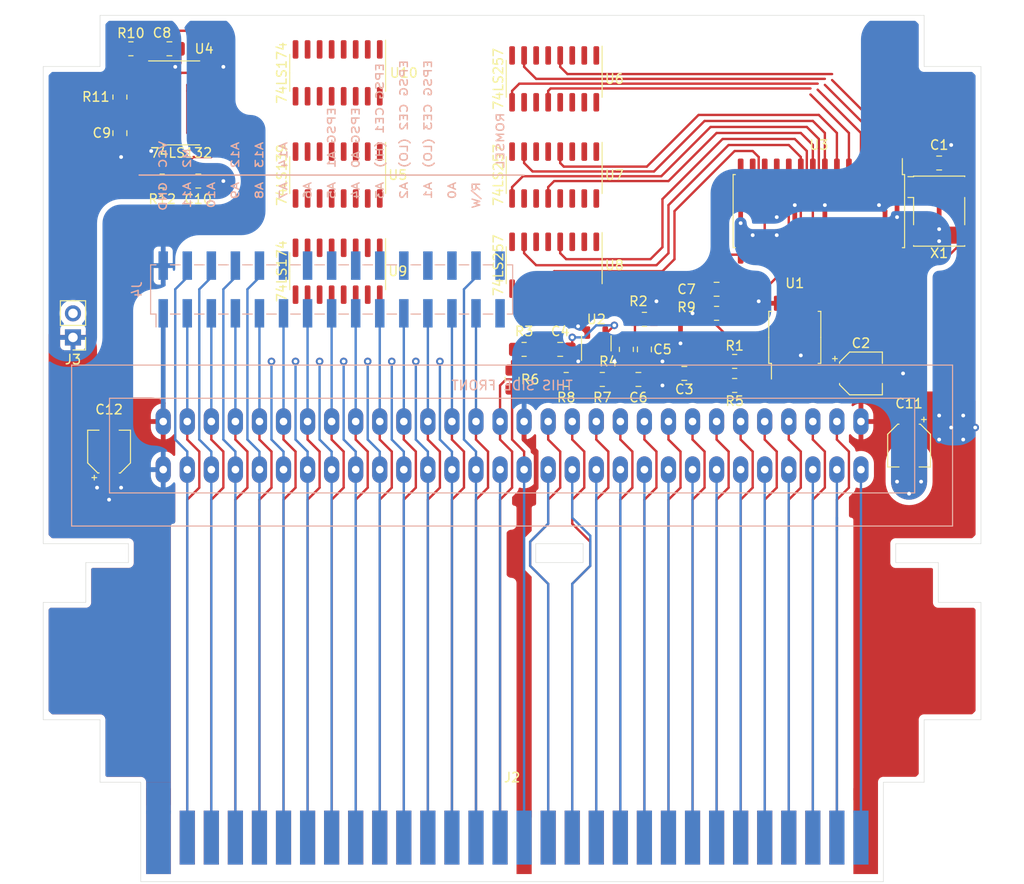
<source format=kicad_pcb>
(kicad_pcb (version 20211014) (generator pcbnew)
  (title_block (title "EPSM Expansion Audio FC") (date "2022-05-06") (rev "A.1") (company "Perkka; Persune"))
  (layers (0 "F.Cu" mixed) (31 "B.Cu" mixed) (34 "B.Paste" user) (35 "F.Paste" user) (36 "B.SilkS" user "B.Silkscreen") (37 "F.SilkS" user "F.Silkscreen") (38 "B.Mask" user) (39 "F.Mask" user) (44 "Edge.Cuts" user))
  (net 0 "")
  (net 1 "/GND")
  (net 2 "/CPU_A11")
  (net 3 "/CPU_A10")
  (net 4 "/CPU_A9")
  (net 5 "/CPU_A8")
  (net 6 "/CPU_A7")
  (net 7 "/CPU_A6")
  (net 8 "/CPU_A5")
  (net 9 "/CPU_A4")
  (net 10 "/CPU_A3")
  (net 11 "/CPU_A2")
  (net 12 "/CPU_A1")
  (net 13 "/CPU_A0")
  (net 14 "/CPU_R~{W}")
  (net 15 "/~{IRQ}")
  (net 16 "/PPU_~{RD}")
  (net 17 "/CIRAM_A10")
  (net 18 "/PPU_A6")
  (net 19 "/PPU_A5")
  (net 20 "/PPU_A4")
  (net 21 "/PPU_A3")
  (net 22 "/PPU_A2")
  (net 23 "/PPU_A1")
  (net 24 "/PPU_A0")
  (net 25 "/PPU_D0")
  (net 26 "/PPU_D1")
  (net 27 "/PPU_D2")
  (net 28 "/PPU_D3")
  (net 29 "/VCC")
  (net 30 "/M2")
  (net 31 "/CPU_A12")
  (net 32 "/CPU_A13")
  (net 33 "/CPU_A14")
  (net 34 "/CPU_D7")
  (net 35 "/CPU_D6")
  (net 36 "/CPU_D5")
  (net 37 "/CPU_D4")
  (net 38 "/CPU_D3")
  (net 39 "/CPU_D2")
  (net 40 "/CPU_D1")
  (net 41 "/CPU_D0")
  (net 42 "/~{ROMSEL}")
  (net 43 "/AUD_2A03")
  (net 44 "/AUD_RF")
  (net 45 "/PPU_~{WR}")
  (net 46 "/CIRAM_~{CE}")
  (net 47 "/PPU_~{A13}")
  (net 48 "/PPU_A7")
  (net 49 "/PPU_A8")
  (net 50 "/PPU_A9")
  (net 51 "/PPU_A10")
  (net 52 "/PPU_A11")
  (net 53 "/PPU_A12")
  (net 54 "/PPU_A13")
  (net 55 "/PPU_D7")
  (net 56 "/PPU_D6")
  (net 57 "/PPU_D5")
  (net 58 "/PPU_D4")
  (net 59 "Net-(C3-Pad2)")
  (net 60 "Net-(C2-Pad1)")
  (net 61 "Net-(C3-Pad1)")
  (net 62 "Net-(C4-Pad1)")
  (net 63 "Net-(C4-Pad2)")
  (net 64 "Net-(C7-Pad2)")
  (net 65 "Net-(C6-Pad1)")
  (net 66 "Net-(C9-Pad1)")
  (net 67 "Net-(C10-Pad1)")
  (net 68 "Net-(C8-Pad1)")
  (net 69 "Net-(R1-Pad2)")
  (net 70 "/AUD_EPSM")
  (net 71 "/OUT_1")
  (net 73 "/EPSM_A1_A1")
  (net 74 "/EPSM_A0_A13")
  (net 75 "/EPSM_CE1_A14")
  (net 76 "/EPSM_CE2_~{ROMSEL}")
  (net 77 "/EPSM_CE3_CPU_R~{W}")
  (net 82 "/$4016_EN")
  (net 83 "Net-(R5-Pad1)")
  (net 84 "Net-(R7-Pad2)")
  (net 85 "Net-(R12-Pad1)")
  (net 86 "Net-(U1-Pad5)")
  (net 87 "/BUF_CS")
  (net 88 "Net-(U1-Pad6)")
  (net 89 "/FF_RESET")
  (net 90 "Net-(U1-Pad7)")
  (net 93 "/YM_D0")
  (net 94 "/YM_D1")
  (net 95 "/YM_D2")
  (net 96 "/YM_D3")
  (net 97 "/YM_D4")
  (net 98 "/YM_D5")
  (net 99 "/YM_D6")
  (net 100 "/YM_D7")
  (net 101 "/YM_CS")
  (net 103 "Net-(U3-Pad28)")
  (net 104 "Net-(U4-Pad12)")
  (net 108 "/~{OUT_1}")
  (net 111 "/~{CS}")
  (net 113 "/BUF_D0")
  (net 114 "/BUF_D1")
  (net 115 "/BUF_D3")
  (net 116 "/BUF_D2")
  (net 117 "/BUF_D4")
  (net 118 "/BUF_D5")
  (net 119 "/BUF_D7")
  (net 120 "/BUF_D6")
  (net 121 "/BUF_A1")
  (net 122 "/YM_A0")
  (net 123 "/BUF_A0")
  (net 124 "/YM_A1")
  (footprint "Resistor_SMD:R_0805_2012Metric_Pad1.20x1.40mm_HandSolder" (layer "F.Cu") (at 90.0618 63.5)
    (fp_text reference "R12")
    (fp_text value "1K")
  )
  (footprint "Resistor_SMD:R_0805_2012Metric_Pad1.20x1.40mm_HandSolder" (layer "F.Cu") (at 148.59 77.47)
    (fp_text reference "R9")
    (fp_text value "1K")
  )
  (footprint "Capacitor_SMD:C_0805_2012Metric_Pad1.18x1.45mm_HandSolder" (layer "F.Cu") (at 90.8238 49.53)
    (fp_text reference "C8")
    (fp_text value "68pF")
  )
  (footprint "Resistor_SMD:R_0805_2012Metric_Pad1.20x1.40mm_HandSolder" (layer "F.Cu") (at 132.715 84.455 180)
    (fp_text reference "R8")
    (fp_text value "47K")
  )
  (footprint "Package_SO:SOIC-16_3.9x9.9mm_P1.27mm" (layer "F.Cu") (at 108.585 52.07 -90)
    (fp_text reference "U10")
    (fp_text value "74LS174")
  )
  (footprint "Resistor_SMD:R_0805_2012Metric_Pad1.20x1.40mm_HandSolder" (layer "F.Cu") (at 150.495 85.09 180)
    (fp_text reference "R5")
    (fp_text value "1K")
  )
  (footprint "Oscillator:Oscillator_SMD_SeikoEpson_SG8002CA-4Pin_7.0x5.0mm" (layer "F.Cu") (at 172.085 66.675 -90)
    (fp_text reference "X1")
    (fp_text value "SG-8002CA")
  )
  (footprint "Package_SO:SOIC-16_3.9x9.9mm_P1.27mm" (layer "F.Cu") (at 131.445 62.865 -90)
    (fp_text reference "U7")
    (fp_text value "74LS257")
  )
  (footprint "Capacitor_SMD:CP_Elec_4x5.3" (layer "F.Cu") (at 168.91 91.44 -90)
    (fp_text reference "C11")
    (fp_text value "10uF")
  )
  (footprint "Package_SO:SOIC-16_3.9x9.9mm_P1.27mm" (layer "F.Cu") (at 131.445 72.39 -90)
    (fp_text reference "U8")
    (fp_text value "74LS257")
  )
  (footprint "Capacitor_SMD:C_0805_2012Metric_Pad1.18x1.45mm_HandSolder" (layer "F.Cu") (at 140.335 84.455)
    (fp_text reference "C6")
    (fp_text value "10uF")
  )
  (footprint "Resistor_SMD:R_0805_2012Metric_Pad1.20x1.40mm_HandSolder" (layer "F.Cu") (at 128.27 81.28 180)
    (fp_text reference "R3")
    (fp_text value "1K")
  )
  (footprint "Package_SO:SOIC-16_3.9x9.9mm_P1.27mm" (layer "F.Cu") (at 108.585 73.025 -90)
    (fp_text reference "U9")
    (fp_text value "74LS174")
  )
  (footprint "EPSM-Famicom:HVC-ETROM-01" (layer "F.Cu") (at 127 127)
    (fp_text reference "J2")
    (fp_text value "CONSOLE_M")
  )
  (footprint "Package_SO:SOIC-16_3.9x9.9mm_P1.27mm" (layer "F.Cu") (at 131.445 52.705 -90)
    (fp_text reference "U6")
    (fp_text value "74LS257")
  )
  (footprint "Resistor_SMD:R_0805_2012Metric_Pad1.20x1.40mm_HandSolder" (layer "F.Cu") (at 127 84.455 -90)
    (fp_text reference "R6")
    (fp_text value "3K")
  )
  (footprint "Capacitor_SMD:C_0805_2012Metric_Pad1.18x1.45mm_HandSolder" (layer "F.Cu") (at 132.08 81.28 180)
    (fp_text reference "C4")
    (fp_text value "10uF")
  )
  (footprint "Resistor_SMD:R_0805_2012Metric_Pad1.20x1.40mm_HandSolder" (layer "F.Cu") (at 86.7598 49.53)
    (fp_text reference "R10")
    (fp_text value "1K")
  )
  (footprint "Capacitor_SMD:C_0805_2012Metric_Pad1.18x1.45mm_HandSolder" (layer "F.Cu") (at 140.97 81.28 -90)
    (fp_text reference "C5")
    (fp_text value "68pF")
  )
  (footprint "Resistor_SMD:R_0805_2012Metric_Pad1.20x1.40mm_HandSolder" (layer "F.Cu") (at 140.97 78.105 180)
    (fp_text reference "R2")
    (fp_text value "47K")
  )
  (footprint "Capacitor_SMD:CP_Elec_4x5.3" (layer "F.Cu") (at 84.455 92.075 90)
    (fp_text reference "C12")
    (fp_text value "10uF")
  )
  (footprint "Capacitor_SMD:CP_Elec_4x5.3" (layer "F.Cu") (at 163.83 83.82)
    (fp_text reference "C2")
    (fp_text value "10uF")
  )
  (footprint "Package_SO:SOIC-14_3.9x8.7mm_P1.27mm" (layer "F.Cu") (at 92.075 55.245)
    (fp_text reference "U4")
    (fp_text value "74LS132")
  )
  (footprint "Capacitor_SMD:C_0805_2012Metric_Pad1.18x1.45mm_HandSolder" (layer "F.Cu") (at 93.8718 63.5)
    (fp_text reference "C10")
    (fp_text value "68pF")
  )
  (footprint "Package_TO_SOT_SMD:SOT-23-5" (layer "F.Cu") (at 135.89 80.645 90)
    (fp_text reference "U2")
    (fp_text value "LM321")
  )
  (footprint "Resistor_SMD:R_0805_2012Metric_Pad1.20x1.40mm_HandSolder" (layer "F.Cu") (at 150.495 82.55)
    (fp_text reference "R1")
    (fp_text value "1K")
  )
  (footprint "Resistor_SMD:R_0805_2012Metric_Pad1.20x1.40mm_HandSolder" (layer "F.Cu") (at 139.065 81.28 -90)
    (fp_text reference "R4")
    (fp_text value "47K")
  )
  (footprint "Capacitor_SMD:C_0805_2012Metric_Pad1.18x1.45mm_HandSolder" (layer "F.Cu") (at 172.085 61.595 180)
    (fp_text reference "C1")
    (fp_text value "68pF")
  )
  (footprint "Resistor_SMD:R_0805_2012Metric_Pad1.20x1.40mm_HandSolder" (layer "F.Cu") (at 85.598 54.6288 -90)
    (fp_text reference "R11")
    (fp_text value "3K")
  )
  (footprint "Capacitor_SMD:C_0805_2012Metric_Pad1.18x1.45mm_HandSolder" (layer "F.Cu") (at 145.1825 83.82 180)
    (fp_text reference "C3")
    (fp_text value "10uF")
  )
  (footprint "Package_SO:SOIC-16_3.9x9.9mm_P1.27mm" (layer "F.Cu") (at 108.585 62.865 -90)
    (fp_text reference "U5")
    (fp_text value "74LS139")
  )
  (footprint "Resistor_SMD:R_0805_2012Metric_Pad1.20x1.40mm_HandSolder" (layer "F.Cu") (at 136.525 84.455 180)
    (fp_text reference "R7")
    (fp_text value "4.7K")
  )
  (footprint "Package_SO:SOIC-8_5.275x5.275mm_P1.27mm" (layer "F.Cu") (at 156.845 80.01 90)
    (fp_text reference "U1")
    (fp_text value "BU9480F")
  )
  (footprint "Connector_PinHeader_2.54mm:PinHeader_1x02_P2.54mm_Vertical" (layer "F.Cu") (at 80.645 80.015 180)
    (fp_text reference "J3")
    (fp_text value "OUT_1")
  )
  (footprint "EPSM-Famicom:SOP-28_7.5x12.8mm_P1.27mm" (layer "F.Cu") (at 159.385 66.675 -90)
    (fp_text reference "U3")
    (fp_text value "YMF288")
  )
  (footprint "Capacitor_SMD:C_0805_2012Metric_Pad1.18x1.45mm_HandSolder" (layer "F.Cu") (at 85.598 58.4388 -90)
    (fp_text reference "C9")
    (fp_text value "68pF")
  )
  (footprint "Capacitor_SMD:C_0805_2012Metric_Pad1.18x1.45mm_HandSolder" (layer "F.Cu") (at 148.59 74.93)
    (fp_text reference "C7")
    (fp_text value "10uF")
  )
  (footprint "Connector_PinSocket_2.54mm:PinSocket_2x15_P2.54mm_Vertical_SMD" (layer "B.Cu") (at 107.95 74.95 -90)
    (fp_text reference "J4")
    (fp_text value "EPSM_ADDRESSING")
  )
  (footprint "EPSM-Famicom:FC_CONN_F" (layer "B.Cu") (at 127 91.44)
    (fp_text reference "J1")
    (fp_text value "CARTRIDGE_F")
  )
  (gr_line (start 128.27 62.865) (end 87.63 62.865) (layer "B.SilkS") (width 0.15))
  (gr_line (start 82 108) (end 82 103.8) (layer "Edge.Cuts") (width 0.05))
  (gr_line (start 129.5 103.8) (end 129.5 101.8) (layer "Edge.Cuts") (width 0.05))
  (gr_line (start 83.5 120.4) (end 77.5 120.4) (layer "Edge.Cuts") (width 0.05))
  (gr_line (start 170.5 127) (end 166.2 127) (layer "Edge.Cuts") (width 0.05))
  (gr_line (start 134.5 101.8) (end 134.5 103.8) (layer "Edge.Cuts") (width 0.05))
  (gr_line (start 77.5 101.8) (end 77.5 51.4) (layer "Edge.Cuts") (width 0.05))
  (gr_line (start 176.5 108) (end 176.5 120.4) (layer "Edge.Cuts") (width 0.05))
  (gr_line (start 87.8 137.5) (end 87.8 127) (layer "Edge.Cuts") (width 0.05))
  (gr_line (start 176.5 120.4) (end 170.5 120.4) (layer "Edge.Cuts") (width 0.05))
  (gr_line (start 170.5 120.4) (end 170.5 127) (layer "Edge.Cuts") (width 0.05))
  (gr_line (start 172 108) (end 176.5 108) (layer "Edge.Cuts") (width 0.05))
  (gr_line (start 83.5 51.4) (end 83.5 46) (layer "Edge.Cuts") (width 0.05))
  (gr_line (start 167.5 103.8) (end 172 103.8) (layer "Edge.Cuts") (width 0.05))
  (gr_line (start 176.5 101.8) (end 167.5 101.8) (layer "Edge.Cuts") (width 0.05))
  (gr_line (start 83.5 127) (end 83.5 120.4) (layer "Edge.Cuts") (width 0.05))
  (gr_line (start 166.2 127) (end 166.2 137.5) (layer "Edge.Cuts") (width 0.05))
  (gr_line (start 77.5 108) (end 82 108) (layer "Edge.Cuts") (width 0.05))
  (gr_line (start 170.5 46) (end 170.5 51.4) (layer "Edge.Cuts") (width 0.05))
  (gr_line (start 87.8 127) (end 83.5 127) (layer "Edge.Cuts") (width 0.05))
  (gr_line (start 82 103.8) (end 86.5 103.8) (layer "Edge.Cuts") (width 0.05))
  (gr_line (start 172 103.8) (end 172 108) (layer "Edge.Cuts") (width 0.05))
  (gr_line (start 86.5 103.8) (end 86.5 101.8) (layer "Edge.Cuts") (width 0.05))
  (gr_line (start 166.2 137.5) (end 87.8 137.5) (layer "Edge.Cuts") (width 0.05))
  (gr_line (start 129.5 101.8) (end 134.5 101.8) (layer "Edge.Cuts") (width 0.05))
  (gr_line (start 176.5 51.4) (end 176.5 101.8) (layer "Edge.Cuts") (width 0.05))
  (gr_line (start 77.5 120.4) (end 77.5 108) (layer "Edge.Cuts") (width 0.05))
  (gr_line (start 134.5 103.8) (end 129.5 103.8) (layer "Edge.Cuts") (width 0.05))
  (gr_line (start 86.5 101.8) (end 77.5 101.8) (layer "Edge.Cuts") (width 0.05))
  (gr_line (start 170.5 51.4) (end 176.5 51.4) (layer "Edge.Cuts") (width 0.05))
  (gr_line (start 167.5 101.8) (end 167.5 103.8) (layer "Edge.Cuts") (width 0.05))
  (gr_line (start 77.5 51.4) (end 83.5 51.4) (layer "Edge.Cuts") (width 0.05))
  (gr_line (start 83.5 46) (end 170.5 46) (layer "Edge.Cuts") (width 0.05))
  (gr_text "VCC\n\nM2\n\n\n\nA12\n\nA13\n\nA14\n\n\n\nEPSG A1\n\nEPSG A0\n\nEPSG CE1 (HI)\n\nEPSG CE2 (LO)\n\nEPSG CE3 (LO)\n\n\n\n\n\nROMSEL" (at 107.95 62.23 90) (layer "B.SilkS") (effects (font (size 0.79 1)) (justify right mirror)))
  (gr_text "GND\n\nA11\n\nA10\n\nA9\n\nA8\n\nA7\n\nA6\n\nA5\n\nA4\n\nA3\n\nA2\n\nA1\n\nA0\n\nR\\W\n\n " (at 107.95 63.5 90) (layer "B.SilkS") (effects (font (size 0.79 1)) (justify left mirror)))
  (segment (start 171.048 61.7112) (end 171.048 61.595) (width 0.5) (layer "F.Cu") (net 1))
  (segment (start 146.05 74.93) (end 147.552 74.93) (width 0.5) (layer "F.Cu") (net 1))
  (segment (start 151.13 62.075) (end 151.13 67.945) (width 0.5) (layer "F.Cu") (net 1))
  (segment (start 91.8613 51.0137) (end 91.44 51.435) (width 0.5) (layer "F.Cu") (net 1))
  (segment (start 91.8613 49.53) (end 91.8613 50.2324) (width 0.5) (layer "F.Cu") (net 1))
  (segment (start 138.065 82.28) (end 137.795 82.55) (width 0.5) (layer "F.Cu") (net 1))
  (segment (start 141.3725 84.455) (end 142.24 84.455) (width 0.5) (layer "F.Cu") (net 1))
  (segment (start 165.63 83.82) (end 168.275 83.82) (width 0.5) (layer "F.Cu") (net 1))
  (segment (start 129.54 92.075) (end 129.54 95.885) (width 0.5) (layer "F.Cu") (net 1))
  (segment (start 172.085 62.865) (end 171.048 61.8275) (width 0.5) (layer "F.Cu") (net 1))
  (segment (start 171.45 69.215) (end 169.985 69.215) (width 0.5) (layer "F.Cu") (net 1))
  (segment (start 157.48 83.61) (end 157.48 81.915) (width 0.5) (layer "F.Cu") (net 1))
  (segment (start 142.642 82.3175) (end 142.875 82.55) (width 0.5) (layer "F.Cu") (net 1))
  (segment (start 135.89 81.7825) (end 135.89 82.55) (width 0.5) (layer "F.Cu") (net 1))
  (segment (start 134.62 83.185) (end 133.985 82.55) (width 0.5) (layer "F.Cu") (net 1))
  (segment (start 128.27 129.238) (end 128.27 133.35) (width 0.5) (layer "F.Cu") (net 1))
  (segment (start 144.78 80.645) (end 144.78 76.2) (width 0.5) (layer "F.Cu") (net 1))
  (segment (start 140.97 82.3175) (end 142.642 82.3175) (width 0.5) (layer "F.Cu") (net 1))
  (segment (start 144.78 76.2) (end 146.05 74.93) (width 0.5) (layer "F.Cu") (net 1))
  (segment (start 142.24 84.455) (end 142.875 85.09) (width 0.5) (layer "F.Cu") (net 1))
  (segment (start 147.552 74.93) (end 147.5525 74.93) (width 0.5) (layer "F.Cu") (net 1))
  (segment (start 94.9093 63.5) (end 96.52 63.5) (width 0.5) (layer "F.Cu") (net 1))
  (segment (start 89.6 59.625) (end 88.9 60.325) (width 0.5) (layer "F.Cu") (net 1))
  (segment (start 89.67 129.54) (end 89.67 133.35) (width 0.5) (layer "F.Cu") (net 1))
  (segment (start 129.54 95.885) (end 128.27 97.155) (width 0.5) (layer "F.Cu") (net 1))
  (segment (start 171.0475 61.7107) (end 171.0475 61.595) (width 0.5) (layer "F.Cu") (net 1))
  (segment (start 154.94 71.275) (end 154.94 69.215) (width 0.5) (layer "F.Cu") (net 1))
  (segment (start 171.048 61.7112) (end 171.0475 61.7107) (width 0.5) (layer "F.Cu") (net 1))
  (segment (start 135.255 83.185) (end 134.62 83.185) (width 0.5) (layer "F.Cu") (net 1))
  (segment (start 128.27 90.805) (end 129.54 92.075) (width 0.5) (layer "F.Cu") (net 1))
  (segment (start 172.085 68.58) (end 172.085 62.865) (width 0.5) (layer "F.Cu") (net 1))
  (segment (start 152.4 71.275) (end 152.4 69.215) (width 0.5) (layer "F.Cu") (net 1))
  (segment (start 85.598 59.4763) (end 85.598 60.833) (width 0.5) (layer "F.Cu") (net 1))
  (segment (start 172.085 69.85) (end 171.45 69.215) (width 0.5) (layer "F.Cu") (net 1))
  (segment (start 91.8613 50.2324) (end 91.8613 51.0137) (width 0.5) (layer "F.Cu") (net 1))
  (segment (start 128.27 88.9) (end 128.27 90.805) (width 0.5) (layer "F.Cu") (net 1))
  (segment (start 89.6 59.055) (end 89.6 59.625) (width 0.5) (layer "F.Cu") (net 1))
  (segment (start 85.598 60.833) (end 85.725 60.96) (width 0.5) (layer "F.Cu") (net 1))
  (segment (start 141.372 84.455) (end 141.3725 84.455) (width 0.5) (layer "F.Cu") (net 1))
  (segment (start 167.64 62.075) (end 167.64 67.31) (width 0.5) (layer "F.Cu") (net 1))
  (segment (start 139.065 82.28) (end 138.065 82.28) (width 0.5) (layer "F.Cu") (net 1))
  (segment (start 135.89 82.55) (end 135.255 83.185) (width 0.5) (layer "F.Cu") (net 1))
  (segment (start 171.048 61.8275) (end 171.048 61.7112) (width 0.5) (layer "F.Cu") (net 1))
  (via (at 167.64 95.25) (size 0.8) (drill 0.4) (layers "F.Cu" "B.Cu") (net 1))
  (via (at 154.94 69.215) (size 0.8) (drill 0.4) (layers "F.Cu" "B.Cu") (net 1))
  (via (at 85.725 60.96) (size 0.8) (drill 0.4) (layers "F.Cu" "B.Cu") (net 1))
  (via (at 137.795 82.55) (size 0.8) (drill 0.4) (layers "F.Cu" "B.Cu") (net 1))
  (via (at 88.9 60.325) (size 0.8) (drill 0.4) (layers "F.Cu" "B.Cu") (net 1))
  (via (at 133.985 82.55) (size 0.8) (drill 0.4) (layers "F.Cu" "B.Cu") (net 1))
  (via (at 142.875 85.09) (size 0.8) (drill 0.4) (layers "F.Cu" "B.Cu") (net 1))
  (via (at 172.085 68.58) (size 0.8) (drill 0.4) (layers "F.Cu" "B.Cu") (net 1))
  (via (at 168.275 83.82) (size 0.8) (drill 0.4) (layers "F.Cu" "B.Cu") (net 1))
  (via (at 142.875 82.55) (size 0.8) (drill 0.4) (layers "F.Cu" "B.Cu") (net 1))
  (via (at 152.4 69.215) (size 0.8) (drill 0.4) (layers "F.Cu" "B.Cu") (net 1))
  (via (at 170.18 95.25) (size 0.8) (drill 0.4) (layers "F.Cu" "B.Cu") (net 1))
  (via (at 96.52 63.5) (size 0.8) (drill 0.4) (layers "F.Cu" "B.Cu") (net 1))
  (via (at 167.64 67.31) (size 0.8) (drill 0.4) (layers "F.Cu" "B.Cu") (net 1))
  (via (at 172.085 69.85) (size 0.8) (drill 0.4) (layers "F.Cu" "B.Cu") (net 1))
  (via (at 157.48 81.915) (size 0.8) (drill 0.4) (layers "F.Cu" "B.Cu") (net 1))
  (via (at 151.13 67.945) (size 0.8) (drill 0.4) (layers "F.Cu" "B.Cu") (net 1))
  (via (at 144.78 80.645) (size 0.8) (drill 0.4) (layers "F.Cu" "B.Cu") (net 1))
  (via (at 91.44 51.435) (size 0.8) (drill 0.4) (layers "F.Cu" "B.Cu") (net 1))
  (via (at 168.91 96.52) (size 0.8) (drill 0.4) (layers "F.Cu" "B.Cu") (net 1))
  (segment (start 90.17 88.9) (end 90.17 77.47) (width 0.5) (layer "B.Cu") (net 1))
  (segment (start 93.98 92.075) (end 92.71 90.805) (width 0.25) (layer "F.Cu") (net 2))
  (segment (start 93.98 95.885) (end 93.98 92.075) (width 0.25) (layer "F.Cu") (net 2))
  (segment (start 92.71 132.85) (end 92.71 97.155) (width 0.25) (layer "F.Cu") (net 2))
  (segment (start 92.71 90.805) (end 92.71 88.9) (width 0.25) (layer "F.Cu") (net 2))
  (segment (start 92.71 97.155) (end 93.98 95.885) (width 0.25) (layer "F.Cu") (net 2))
  (segment (start 92.71 88.9) (end 92.71 77.47) (width 0.25) (layer "B.Cu") (net 2))
  (segment (start 96.52 92.075) (end 95.25 90.805) (width 0.25) (layer "F.Cu") (net 3))
  (segment (start 95.25 132.85) (end 95.25 97.155) (width 0.25) (layer "F.Cu") (net 3))
  (segment (start 95.25 97.155) (end 96.52 95.885) (width 0.25) (layer "F.Cu") (net 3))
  (segment (start 96.52 95.885) (end 96.52 92.075) (width 0.25) (layer "F.Cu") (net 3))
  (segment (start 95.25 90.805) (end 95.25 88.9) (width 0.25) (layer "F.Cu") (net 3))
  (segment (start 95.25 88.9) (end 95.25 77.47) (width 0.25) (layer "B.Cu") (net 3))
  (segment (start 99.06 95.885) (end 97.79 97.155) (width 0.25) (layer "F.Cu") (net 4))
  (segment (start 99.06 92.075) (end 99.06 95.885) (width 0.25) (layer "F.Cu") (net 4))
  (segment (start 97.79 88.9) (end 97.79 90.805) (width 0.25) (layer "F.Cu") (net 4))
  (segment (start 97.79 97.155) (end 97.79 132.85) (width 0.25) (layer "F.Cu") (net 4))
  (segment (start 97.79 90.805) (end 99.06 92.075) (width 0.25) (layer "F.Cu") (net 4))
  (segment (start 97.79 77.47) (end 97.79 88.9) (width 0.25) (layer "B.Cu") (net 4))
  (segment (start 100.33 97.155) (end 100.33 132.85) (width 0.25) (layer "F.Cu") (net 5))
  (segment (start 100.33 90.805) (end 101.6 92.075) (width 0.25) (layer "F.Cu") (net 5))
  (segment (start 101.6 95.885) (end 100.33 97.155) (width 0.25) (layer "F.Cu") (net 5))
  (segment (start 100.33 88.9) (end 100.33 90.805) (width 0.25) (layer "F.Cu") (net 5))
  (segment (start 101.6 92.075) (end 101.6 95.885) (width 0.25) (layer "F.Cu") (net 5))
  (segment (start 100.33 88.9) (end 100.33 77.47) (width 0.25) (layer "B.Cu") (net 5))
  (segment (start 102.87 88.9) (end 102.87 90.805) (width 0.25) (layer "F.Cu") (net 6))
  (segment (start 104.14 92.075) (end 104.14 95.885) (width 0.25) (layer "F.Cu") (net 6))
  (segment (start 102.87 90.805) (end 104.14 92.075) (width 0.25) (layer "F.Cu") (net 6))
  (segment (start 102.87 97.155) (end 102.87 132.85) (width 0.25) (layer "F.Cu") (net 6))
  (segment (start 104.14 95.885) (end 102.87 97.155) (width 0.25) (layer "F.Cu") (net 6))
  (segment (start 102.87 77.47) (end 102.87 88.9) (width 0.25) (layer "B.Cu") (net 6))
  (segment (start 105.41 90.805) (end 105.41 88.9) (width 0.25) (layer "F.Cu") (net 7))
  (segment (start 105.41 132.85) (end 105.41 97.155) (width 0.25) (layer "F.Cu") (net 7))
  (segment (start 106.68 92.075) (end 105.41 90.805) (width 0.25) (layer "F.Cu") (net 7))
  (segment (start 105.41 97.155) (end 106.68 95.885) (width 0.25) (layer "F.Cu") (net 7))
  (segment (start 106.68 95.885) (end 106.68 92.075) (width 0.25) (layer "F.Cu") (net 7))
  (segment (start 105.41 77.47) (end 105.41 88.9) (width 0.25) (layer "B.Cu") (net 7))
  (segment (start 107.95 90.805) (end 109.22 92.075) (width 0.25) (layer "F.Cu") (net 8))
  (segment (start 109.22 92.075) (end 109.22 95.885) (width 0.25) (layer "F.Cu") (net 8))
  (segment (start 109.22 95.885) (end 107.95 97.155) (width 0.25) (layer "F.Cu") (net 8))
  (segment (start 107.95 88.9) (end 107.95 90.805) (width 0.25) (layer "F.Cu") (net 8))
  (segment (start 107.95 97.155) (end 107.95 132.85) (width 0.25) (layer "F.Cu") (net 8))
  (segment (start 107.95 88.9) (end 107.95 77.47) (width 0.25) (layer "B.Cu") (net 8))
  (segment (start 111.76 92.075) (end 110.49 90.805) (width 0.25) (layer "F.Cu") (net 9))
  (segment (start 111.76 95.885) (end 111.76 92.075) (width 0.25) (layer "F.Cu") (net 9))
  (segment (start 110.49 97.155) (end 111.76 95.885) (width 0.25) (layer "F.Cu") (net 9))
  (segment (start 110.49 132.85) (end 110.49 97.155) (width 0.25) (layer "F.Cu") (net 9))
  (segment (start 110.49 90.805) (end 110.49 88.9) (width 0.25) (layer "F.Cu") (net 9))
  (segment (start 110.49 88.9) (end 110.49 77.47) (width 0.25) (layer "B.Cu") (net 9))
  (segment (start 113.03 132.85) (end 113.03 97.155) (width 0.25) (layer "F.Cu") (net 10))
  (segment (start 114.3 92.075) (end 113.03 90.805) (width 0.25) (layer "F.Cu") (net 10))
  (segment (start 114.3 95.885) (end 114.3 92.075) (width 0.25) (layer "F.Cu") (net 10))
  (segment (start 113.03 90.805) (end 113.03 88.9) (width 0.25) (layer "F.Cu") (net 10))
  (segment (start 113.03 97.155) (end 114.3 95.885) (width 0.25) (layer "F.Cu") (net 10))
  (segment (start 113.03 88.9) (end 113.03 77.47) (width 0.25) (layer "B.Cu") (net 10))
  (segment (start 116.84 92.075) (end 115.57 90.805) (width 0.25) (layer "F.Cu") (net 11))
  (segment (start 115.57 90.805) (end 115.57 88.9) (width 0.25) (layer "F.Cu") (net 11))
  (segment (start 115.57 132.85) (end 115.57 97.155) (width 0.25) (layer "F.Cu") (net 11))
  (segment (start 115.57 97.155) (end 116.84 95.885) (width 0.25) (layer "F.Cu") (net 11))
  (segment (start 116.84 95.885) (end 116.84 92.075) (width 0.25) (layer "F.Cu") (net 11))
  (segment (start 115.57 88.9) (end 115.57 77.47) (width 0.25) (layer "B.Cu") (net 11))
  (segment (start 119.38 95.885) (end 119.38 92.075) (width 0.25) (layer "F.Cu") (net 12))
  (segment (start 118.11 132.85) (end 118.11 97.155) (width 0.25) (layer "F.Cu") (net 12))
  (segment (start 118.11 90.805) (end 118.11 88.9) (width 0.25) (layer "F.Cu") (net 12))
  (segment (start 118.11 97.155) (end 119.38 95.885) (width 0.25) (layer "F.Cu") (net 12))
  (segment (start 119.38 92.075) (end 118.11 90.805) (width 0.25) (layer "F.Cu") (net 12))
  (segment (start 118.11 88.9) (end 118.11 77.47) (width 0.25) (layer "B.Cu") (net 12))
  (segment (start 121.92 92.075) (end 121.92 95.885) (width 0.25) (layer "F.Cu") (net 13))
  (segment (start 120.65 88.9) (end 120.65 90.805) (width 0.25) (layer "F.Cu") (net 13))
  (segment (start 120.65 90.805) (end 121.92 92.075) (width 0.25) (layer "F.Cu") (net 13))
  (segment (start 121.92 95.885) (end 120.65 97.155) (width 0.25) (layer "F.Cu") (net 13))
  (segment (start 120.65 97.155) (end 120.65 132.85) (width 0.25) (layer "F.Cu") (net 13))
  (segment (start 120.65 77.47) (end 120.65 88.9) (width 0.25) (layer "B.Cu") (net 13))
  (segment (start 123.19 90.805) (end 124.46 92.075) (width 0.25) (layer "F.Cu") (net 14))
  (segment (start 123.19 97.155) (end 123.19 132.85) (width 0.25) (layer "F.Cu") (net 14))
  (segment (start 123.19 88.9) (end 123.19 90.805) (width 0.25) (layer "F.Cu") (net 14))
  (segment (start 124.46 92.075) (end 124.46 95.885) (width 0.25) (layer "F.Cu") (net 14))
  (segment (start 124.46 95.885) (end 123.19 97.155) (width 0.25) (layer "F.Cu") (net 14))
  (segment (start 123.19 88.9) (end 123.19 77.47) (width 0.25) (layer "B.Cu") (net 14))
  (segment (start 129.54 86.36) (end 162.56 86.36) (width 0.25) (layer "F.Cu") (net 15))
  (segment (start 127.635 84.455) (end 129.54 86.36) (width 0.25) (layer "F.Cu") (net 15))
  (segment (start 126.365 84.455) (end 127.635 84.455) (width 0.25) (layer "F.Cu") (net 15))
  (segment (start 125.73 97.155) (end 125.73 132.85) (width 0.25) (layer "F.Cu") (net 15))
  (segment (start 125.73 85.09) (end 126.365 84.455) (width 0.25) (layer "F.Cu") (net 15))
  (segment (start 149.86 80.01) (end 148.59 78.74) (width 0.25) (layer "F.Cu") (net 15))
  (segment (start 161.29 80.01) (end 149.86 80.01) (width 0.25) (layer "F.Cu") (net 15))
  (segment (start 162.56 86.36) (end 163.83 85.09) (width 0.25) (layer "F.Cu") (net 15))
  (segment (start 163.83 82.55) (end 161.29 80.01) (width 0.25) (layer "F.Cu") (net 15))
  (segment (start 127 95.885) (end 125.73 97.155) (width 0.25) (layer "F.Cu") (net 15))
  (segment (start 148.59 72.39) (end 149.705 71.275) (width 0.25) (layer "F.Cu") (net 15))
  (segment (start 125.73 88.9) (end 125.73 90.805) (width 0.25) (layer "F.Cu") (net 15))
  (segment (start 148.59 78.74) (end 148.59 72.39) (width 0.25) (layer "F.Cu") (net 15))
  (segment (start 149.705 71.275) (end 151.13 71.275) (width 0.25) (layer "F.Cu") (net 15))
  (segment (start 125.73 88.9) (end 125.73 85.09) (width 0.25) (layer "F.Cu") (net 15))
  (segment (start 125.73 90.805) (end 127 92.075) (width 0.25) (layer "F.Cu") (net 15))
  (segment (start 127 92.075) (end 127 95.885) (width 0.25) (layer "F.Cu") (net 15))
  (segment (start 163.83 85.09) (end 163.83 82.55) (width 0.25) (layer "F.Cu") (net 15))
  (segment (start 128.905 101.6) (end 130.81 99.695) (width 0.25) (layer "F.Cu") (net 16))
  (segment (start 132.08 92.075) (end 130.81 90.805) (width 0.25) (layer "F.Cu") (net 16))
  (segment (start 130.81 106.045) (end 128.905 104.14) (width 0.25) (layer "F.Cu") (net 16))
  (segment (start 132.08 95.885) (end 132.08 92.075) (width 0.25) (layer "F.Cu") (net 16))
  (segment (start 128.905 104.14) (end 128.905 101.6) (width 0.25) (layer "F.Cu") (net 16))
  (segment (start 130.81 99.695) (end 130.81 97.155) (width 0.25) (layer "F.Cu") (net 16))
  (segment (start 130.81 132.85) (end 130.81 106.045) (width 0.25) (layer "F.Cu") (net 16))
  (segment (start 130.81 97.155) (end 132.08 95.885) (width 0.25) (layer "F.Cu") (net 16))
  (segment (start 130.81 90.805) (end 130.81 88.9) (width 0.25) (layer "F.Cu") (net 16))
  (segment (start 133.35 106.045) (end 135.255 104.14) (width 0.25) (layer "F.Cu") (net 17))
  (segment (start 133.35 99.695) (end 133.35 97.155) (width 0.25) (layer "F.Cu") (net 17))
  (segment (start 133.35 97.155) (end 134.62 95.885) (width 0.25) (layer "F.Cu") (net 17))
  (segment (start 134.62 92.075) (end 133.35 90.805) (width 0.25) (layer "F.Cu") (net 17))
  (segment (start 135.255 101.6) (end 133.35 99.695) (width 0.25) (layer "F.Cu") (net 17))
  (segment (start 133.35 90.805) (end 133.35 88.9) (width 0.25) (layer "F.Cu") (net 17))
  (segment (start 135.255 104.14) (end 135.255 101.6) (width 0.25) (layer "F.Cu") (net 17))
  (segment (start 134.62 95.885) (end 134.62 92.075) (width 0.25) (layer "F.Cu") (net 17))
  (segment (start 133.35 132.85) (end 133.35 106.045) (width 0.25) (layer "F.Cu") (net 17))
  (segment (start 137.16 95.885) (end 135.89 97.155) (width 0.25) (layer "F.Cu") (net 18))
  (segment (start 135.89 97.155) (end 135.89 132.85) (width 0.25) (layer "F.Cu") (net 18))
  (segment (start 135.89 88.9) (end 135.89 90.805) (width 0.25) (layer "F.Cu") (net 18))
  (segment (start 137.16 92.075) (end 137.16 95.885) (width 0.25) (layer "F.Cu") (net 18))
  (segment (start 135.89 90.805) (end 137.16 92.075) (width 0.25) (layer "F.Cu") (net 18))
  (segment (start 139.7 95.885) (end 139.7 92.075) (width 0.25) (layer "F.Cu") (net 19))
  (segment (start 138.43 132.85) (end 138.43 97.155) (width 0.25) (layer "F.Cu") (net 19))
  (segment (start 138.43 97.155) (end 139.7 95.885) (width 0.25) (layer "F.Cu") (net 19))
  (segment (start 138.43 90.805) (end 138.43 88.9) (width 0.25) (layer "F.Cu") (net 19))
  (segment (start 139.7 92.075) (end 138.43 90.805) (width 0.25) (layer "F.Cu") (net 19))
  (segment (start 140.97 90.805) (end 142.24 92.075) (width 0.25) (layer "F.Cu") (net 20))
  (segment (start 140.97 97.155) (end 140.97 132.85) (width 0.25) (layer "F.Cu") (net 20))
  (segment (start 140.97 88.9) (end 140.97 90.805) (width 0.25) (layer "F.Cu") (net 20))
  (segment (start 142.24 95.885) (end 140.97 97.155) (width 0.25) (layer "F.Cu") (net 20))
  (segment (start 142.24 92.075) (end 142.24 95.885) (width 0.25) (layer "F.Cu") (net 20))
  (segment (start 143.51 90.805) (end 144.78 92.075) (width 0.25) (layer "F.Cu") (net 21))
  (segment (start 144.78 92.075) (end 144.78 95.885) (width 0.25) (layer "F.Cu") (net 21))
  (segment (start 143.51 97.155) (end 143.51 132.85) (width 0.25) (layer "F.Cu") (net 21))
  (segment (start 143.51 88.9) (end 143.51 90.805) (width 0.25) (layer "F.Cu") (net 21))
  (segment (start 144.78 95.885) (end 143.51 97.155) (width 0.25) (layer "F.Cu") (net 21))
  (segment (start 146.05 97.155) (end 146.05 132.85) (width 0.25) (layer "F.Cu") (net 22))
  (segment (start 146.05 88.9) (end 146.05 90.805) (width 0.25) (layer "F.Cu") (net 22))
  (segment (start 147.32 95.885) (end 146.05 97.155) (width 0.25) (layer "F.Cu") (net 22))
  (segment (start 147.32 92.075) (end 147.32 95.885) (width 0.25) (layer "F.Cu") (net 22))
  (segment (start 146.05 90.805) (end 147.32 92.075) (width 0.25) (layer "F.Cu") (net 22))
  (segment (start 148.59 132.85) (end 148.59 97.155) (width 0.25) (layer "F.Cu") (net 23))
  (segment (start 149.86 92.075) (end 148.59 90.805) (width 0.25) (layer "F.Cu") (net 23))
  (segment (start 148.59 97.155) (end 149.86 95.885) (width 0.25) (layer "F.Cu") (net 23))
  (segment (start 148.59 90.805) (end 148.59 88.9) (width 0.25) (layer "F.Cu") (net 23))
  (segment (start 149.86 95.885) (end 149.86 92.075) (width 0.25) (layer "F.Cu") (net 23))
  (segment (start 151.13 88.9) (end 151.13 90.805) (width 0.25) (layer "F.Cu") (net 24))
  (segment (start 151.13 90.805) (end 152.4 92.075) (width 0.25) (layer "F.Cu") (net 24))
  (segment (start 152.4 92.075) (end 152.4 95.885) (width 0.25) (layer "F.Cu") (net 24))
  (segment (start 152.4 95.885) (end 151.13 97.155) (width 0.25) (layer "F.Cu") (net 24))
  (segment (start 151.13 97.155) (end 151.13 132.85) (width 0.25) (layer "F.Cu") (net 24))
  (segment (start 154.94 92.075) (end 153.67 90.805) (width 0.25) (layer "F.Cu") (net 25))
  (segment (start 153.67 132.85) (end 153.67 97.155) (width 0.25) (layer "F.Cu") (net 25))
  (segment (start 154.94 95.885) (end 154.94 92.075) (width 0.25) (layer "F.Cu") (net 25))
  (segment (start 153.67 97.155) (end 154.94 95.885) (width 0.25) (layer "F.Cu") (net 25))
  (segment (start 153.67 90.805) (end 153.67 88.9) (width 0.25) (layer "F.Cu") (net 25))
  (segment (start 156.21 97.155) (end 157.48 95.885) (width 0.25) (layer "F.Cu") (net 26))
  (segment (start 156.21 132.85) (end 156.21 97.155) (width 0.25) (layer "F.Cu") (net 26))
  (segment (start 156.21 90.805) (end 156.21 88.9) (width 0.25) (layer "F.Cu") (net 26))
  (segment (start 157.48 92.075) (end 156.21 90.805) (width 0.25) (layer "F.Cu") (net 26))
  (segment (start 157.48 95.885) (end 157.48 92.075) (width 0.25) (layer "F.Cu") (net 26))
  (segment (start 158.75 90.805) (end 158.75 88.9) (width 0.25) (layer "F.Cu") (net 27))
  (segment (start 160.02 92.075) (end 158.75 90.805) (width 0.25) (layer "F.Cu") (net 27))
  (segment (start 158.75 97.155) (end 160.02 95.885) (width 0.25) (layer "F.Cu") (net 27))
  (segment (start 160.02 95.885) (end 160.02 92.075) (width 0.25) (layer "F.Cu") (net 27))
  (segment (start 158.75 132.85) (end 158.75 97.155) (width 0.25) (layer "F.Cu") (net 27))
  (segment (start 162.56 92.075) (end 162.56 95.885) (width 0.25) (layer "F.Cu") (net 28))
  (segment (start 161.29 97.155) (end 161.29 132.85) (width 0.25) (layer "F.Cu") (net 28))
  (segment (start 161.29 90.805) (end 162.56 92.075) (width 0.25) (layer "F.Cu") (net 28))
  (segment (start 162.56 95.885) (end 161.29 97.155) (width 0.25) (layer "F.Cu") (net 28))
  (segment (start 161.29 88.9) (end 161.29 90.805) (width 0.25) (layer "F.Cu") (net 28))
  (segment (start 173.122 61.595) (end 173.122 60.7587) (width 0.5) (layer "F.Cu") (net 29))
  (segment (start 156.845 69.85) (end 156.845 66.04) (width 0.5) (layer "F.Cu") (net 29))
  (segment (start 153.67 62.075) (end 153.67 66.04) (width 0.5) (layer "F.Cu") (net 29))
  (segment (start 173.1225 60.7592) (end 173.1225 61.595) (width 0.5) (layer "F.Cu") (net 29))
  (segment (start 94.55 51.435) (end 96.52 51.435) (width 0.5) (layer "F.Cu") (net 29))
  (segment (start 174.185 64.135) (end 174.185 62.6575) (width 0.5) (layer "F.Cu") (net 29))
  (segment (start 154.94 76.41) (end 153.245 76.41) (width 0.5) (layer "F.Cu") (net 29))
  (segment (start 173.122 60.7587) (end 173.122 59.9225) (width 0.5) (layer "F.Cu") (net 29))
  (segment (start 141.97 76.47) (end 142.24 76.2) (width 0.5) (layer "F.Cu") (net 29))
  (segment (start 156.21 70.485) (end 156.845 69.85) (width 0.5) (layer "F.Cu") (net 29))
  (segment (start 153.245 76.41) (end 153.035 76.2) (width 0.5) (layer "F.Cu") (net 29))
  (segment (start 173.122 59.9225) (end 173.355 59.69) (width 0.5) (layer "F.Cu") (net 29))
  (segment (start 134.2707 78.8382) (end 134.94 79.5075) (width 0.5) (layer "F.Cu") (net 29))
  (segment (start 164.33 129.54) (end 164.33 133.35) (width 0.5) (layer "F.Cu") (net 29))
  (segment (start 160.02 71.275) (end 160.02 66.04) (width 0.5) (layer "F.Cu") (net 29))
  (segment (start 174.185 62.6575) (end 173.122 61.595) (width 0.5) (layer "F.Cu") (net 29))
  (segment (start 153.67 66.04) (end 154.94 67.31) (width 0.5) (layer "F.Cu") (net 29))
  (segment (start 141.97 78.105) (end 141.97 76.47) (width 0.5) (layer "F.Cu") (net 29))
  (segment (start 147.59 77.47) (end 146.05 77.47) (width 0.5) (layer "F.Cu") (net 29))
  (segment (start 166.37 66.675) (end 165.735 66.04) (width 0.5) (layer "F.Cu") (net 29))
  (segment (start 156.21 71.275) (end 156.21 70.485) (width 0.5) (layer "F.Cu") (net 29))
  (segment (start 133.9662 78.8382) (end 134.2707 78.8382) (width 0.5) (layer "F.Cu") (net 29))
  (segment (start 166.37 71.275) (end 166.37 66.675) (width 0.5) (layer "F.Cu") (net 29))
  (segment (start 173.122 60.7587) (end 173.1225 60.7592) (width 0.5) (layer "F.Cu") (net 29))
  (via (at 84.455 97.155) (size 0.8) (drill 0.4) (layers "F.Cu" "B.Cu") (net 29))
  (via (at 133.9662 78.8382) (size 0.8) (drill 0.4) (layers "F.Cu" "B.Cu") (net 29))
  (via (at 172.085 88.265) (size 0.8) (drill 0.4) (layers "F.Cu" "B.Cu") (net 29))
  (via (at 153.035 76.2) (size 0.8) (drill 0.4) (layers "F.Cu" "B.Cu") (net 29))
  (via (at 83.185 95.885) (size 0.8) (drill 0.4) (layers "F.Cu" "B.Cu") (net 29))
  (via (at 146.05 77.47) (size 0.8) (drill 0.4) (layers "F.Cu" "B.Cu") (net 29))
  (via (at 165.735 66.04) (size 0.8) (drill 0.4) (layers "F.Cu" "B.Cu") (net 29))
  (via (at 142.24 76.2) (size 0.8) (drill 0.4) (layers "F.Cu" "B.Cu") (net 29))
  (via (at 172.085 90.805) (size 0.8) (drill 0.4) (layers "F.Cu" "B.Cu") (net 29))
  (via (at 174.625 88.265) (size 0.8) (drill 0.4) (layers "F.Cu" "B.Cu") (net 29))
  (via (at 160.02 66.04) (size 0.8) (drill 0.4) (layers "F.Cu" "B.Cu") (net 29))
  (via (at 173.355 59.69) (size 0.8) (drill 0.4) (layers "F.Cu" "B.Cu") (net 29))
  (via (at 85.725 95.885) (size 0.8) (drill 0.4) (layers "F.Cu" "B.Cu") (net 29))
  (via (at 175.895 89.535) (size 0.8) (drill 0.4) (layers "F.Cu" "B.Cu") (net 29))
  (via (at 174.625 90.805) (size 0.8) (drill 0.4) (layers "F.Cu" "B.Cu") (net 29))
  (via (at 96.52 51.435) (size 0.8) (drill 0.4) (layers "F.Cu" "B.Cu") (net 29))
  (via (at 173.355 89.535) (size 0.8) (drill 0.4) (layers "F.Cu" "B.Cu") (net 29))
  (via (at 156.845 66.04) (size 0.8) (drill 0.4) (layers "F.Cu" "B.Cu") (net 29))
  (via (at 154.94 67.31) (size 0.8) (drill 0.4) (layers "F.Cu" "B.Cu") (net 29))
  (segment (start 89.67 129.222) (end 89.67 133.35) (width 0.5) (layer "B.Cu") (net 29))
  (segment (start 92.71 73.66) (end 92.71 72.43) (width 0.25) (layer "B.Cu") (net 30))
  (segment (start 91.44 90.805) (end 91.44 74.93) (width 0.25) (layer "B.Cu") (net 30))
  (segment (start 91.44 74.93) (end 92.71 73.66) (width 0.25) (layer "B.Cu") (net 30))
  (segment (start 92.71 93.98) (end 92.71 132.85) (width 0.25) (layer "B.Cu") (net 30))
  (segment (start 92.71 93.98) (end 92.71 92.075) (width 0.25) (layer "B.Cu") (net 30))
  (segment (start 92.71 92.075) (end 91.44 90.805) (width 0.25) (layer "B.Cu") (net 30))
  (segment (start 95.25 93.98) (end 95.25 132.85) (width 0.25) (layer "B.Cu") (net 31))
  (segment (start 95.25 73.66) (end 93.98 74.93) (width 0.25) (layer "B.Cu") (net 31))
  (segment (start 93.98 74.93) (end 93.98 90.805) (width 0.25) (layer "B.Cu") (net 31))
  (segment (start 95.25 72.43) (end 95.25 73.66) (width 0.25) (layer "B.Cu") (net 31))
  (segment (start 95.25 92.075) (end 95.25 93.98) (width 0.25) (layer "B.Cu") (net 31))
  (segment (start 93.98 90.805) (end 95.25 92.075) (width 0.25) (layer "B.Cu") (net 31))
  (segment (start 97.79 93.98) (end 97.79 132.85) (width 0.25) (layer "B.Cu") (net 32))
  (segment (start 97.79 93.98) (end 97.79 92.075) (width 0.25) (layer "B.Cu") (net 32))
  (segment (start 96.52 90.805) (end 96.52 74.93) (width 0.25) (layer "B.Cu") (net 32))
  (segment (start 97.79 73.66) (end 97.79 72.43) (width 0.25) (layer "B.Cu") (net 32))
  (segment (start 97.79 92.075) (end 96.52 90.805) (width 0.25) (layer "B.Cu") (net 32))
  (segment (start 96.52 74.93) (end 97.79 73.66) (width 0.25) (layer "B.Cu") (net 32))
  (segment (start 100.33 92.075) (end 99.06 90.805) (width 0.25) (layer "B.Cu") (net 33))
  (segment (start 99.06 90.805) (end 99.06 74.93) (width 0.25) (layer "B.Cu") (net 33))
  (segment (start 100.33 93.98) (end 100.33 92.075) (width 0.25) (layer "B.Cu") (net 33))
  (segment (start 100.33 93.98) (end 100.33 132.85) (width 0.25) (layer "B.Cu") (net 33))
  (segment (start 99.06 74.93) (end 100.33 73.66) (width 0.25) (layer "B.Cu") (net 33))
  (via (at 101.6 82.55) (size 0.8) (drill 0.4) (layers "F.Cu" "B.Cu") (net 34))
  (segment (start 102.87 92.075) (end 102.87 93.98) (width 0.25) (layer "B.Cu") (net 34))
  (segment (start 101.6 82.55) (end 101.6 90.805) (width 0.25) (layer "B.Cu") (net 34))
  (segment (start 102.87 93.98) (end 102.87 132.85) (width 0.25) (layer "B.Cu") (net 34))
  (segment (start 101.6 90.805) (end 102.87 92.075) (width 0.25) (layer "B.Cu") (net 34))
  (via (at 104.14 82.55) (size 0.8) (drill 0.4) (layers "F.Cu" "B.Cu") (net 35))
  (segment (start 105.41 93.98) (end 105.41 132.85) (width 0.25) (layer "B.Cu") (net 35))
  (segment (start 104.14 90.805) (end 104.14 82.55) (width 0.25) (layer "B.Cu") (net 35))
  (segment (start 105.41 92.075) (end 104.14 90.805) (width 0.25) (layer "B.Cu") (net 35))
  (segment (start 105.41 93.98) (end 105.41 92.075) (width 0.25) (layer "B.Cu") (net 35))
  (via (at 106.68 82.55) (size 0.8) (drill 0.4) (layers "F.Cu" "B.Cu") (net 36))
  (segment (start 106.68 90.805) (end 107.95 92.075) (width 0.25) (layer "B.Cu") (net 36))
  (segment (start 106.68 82.55) (end 106.68 90.805) (width 0.25) (layer "B.Cu") (net 36))
  (segment (start 107.95 93.98) (end 107.95 132.85) (width 0.25) (layer "B.Cu") (net 36))
  (segment (start 107.95 92.075) (end 107.95 93.98) (width 0.25) (layer "B.Cu") (net 36))
  (via (at 109.22 82.55) (size 0.8) (drill 0.4) (layers "F.Cu" "B.Cu") (net 37))
  (segment (start 109.22 90.805) (end 110.49 92.075) (width 0.25) (layer "B.Cu") (net 37))
  (segment (start 109.22 82.55) (end 109.22 90.805) (width 0.25) (layer "B.Cu") (net 37))
  (segment (start 110.49 93.98) (end 110.49 132.85) (width 0.25) (layer "B.Cu") (net 37))
  (segment (start 110.49 92.075) (end 110.49 93.98) (width 0.25) (layer "B.Cu") (net 37))
  (via (at 111.76 82.55) (size 0.8) (drill 0.4) (layers "F.Cu" "B.Cu") (net 38))
  (segment (start 111.76 90.805) (end 113.03 92.075) (width 0.25) (layer "B.Cu") (net 38))
  (segment (start 111.76 82.55) (end 111.76 90.805) (width 0.25) (layer "B.Cu") (net 38))
  (segment (start 113.03 92.075) (end 113.03 93.98) (width 0.25) (layer "B.Cu") (net 38))
  (segment (start 113.03 93.98) (end 113.03 132.85) (width 0.25) (layer "B.Cu") (net 38))
  (via (at 114.3 82.55) (size 0.8) (drill 0.4) (layers "F.Cu" "B.Cu") (net 39))
  (segment (start 114.3 82.55) (end 114.3 90.805) (width 0.25) (layer "B.Cu") (net 39))
  (segment (start 114.3 90.805) (end 115.57 92.075) (width 0.25) (layer "B.Cu") (net 39))
  (segment (start 115.57 93.98) (end 115.57 132.85) (width 0.25) (layer "B.Cu") (net 39))
  (segment (start 115.57 92.075) (end 115.57 93.98) (width 0.25) (layer "B.Cu") (net 39))
  (via (at 116.84 82.55) (size 0.8) (drill 0.4) (layers "F.Cu" "B.Cu") (net 40))
  (segment (start 116.84 90.805) (end 118.11 92.075) (width 0.25) (layer "B.Cu") (net 40))
  (segment (start 118.11 92.075) (end 118.11 93.98) (width 0.25) (layer "B.Cu") (net 40))
  (segment (start 118.11 93.98) (end 118.11 132.85) (width 0.25) (layer "B.Cu") (net 40))
  (segment (start 116.84 82.55) (end 116.84 90.805) (width 0.25) (layer "B.Cu") (net 40))
  (via (at 119.38 82.55) (size 0.8) (drill 0.4) (layers "F.Cu" "B.Cu") (net 41))
  (segment (start 120.65 93.98) (end 120.65 92.075) (width 0.25) (layer "B.Cu") (net 41))
  (segment (start 120.65 93.98) (end 120.65 132.85) (width 0.25) (layer "B.Cu") (net 41))
  (segment (start 120.65 92.075) (end 119.38 90.805) (width 0.25) (layer "B.Cu") (net 41))
  (segment (start 119.38 90.805) (end 119.38 82.55) (width 0.25) (layer "B.Cu") (net 41))
  (segment (start 123.19 72.43) (end 123.19 73.66) (width 0.25) (layer "B.Cu") (net 42))
  (segment (start 123.19 93.98) (end 123.19 132.85) (width 0.25) (layer "B.Cu") (net 42))
  (segment (start 121.92 90.805) (end 121.92 74.93) (width 0.25) (layer "B.Cu") (net 42))
  (segment (start 123.19 92.075) (end 121.92 90.805) (width 0.25) (layer "B.Cu") (net 42))
  (segment (start 123.19 73.66) (end 121.92 74.93) (width 0.25) (layer "B.Cu") (net 42))
  (segment (start 123.19 93.98) (end 123.19 92.075) (width 0.25) (layer "B.Cu") (net 42))
  (segment (start 125.73 93.98) (end 125.73 132.85) (width 0.25) (layer "B.Cu") (net 43))
  (segment (start 128.27 92.075) (end 128.27 93.98) (width 0.25) (layer "F.Cu") (net 44))
  (segment (start 127 85.455) (end 127 90.805) (width 0.25) (layer "F.Cu") (net 44))
  (segment (start 127 90.805) (end 128.27 92.075) (width 0.25) (layer "F.Cu") (net 44))
  (segment (start 128.27 93.98) (end 128.27 132.85) (width 0.25) (layer "B.Cu") (net 44))
  (segment (start 130.81 93.98) (end 130.81 99.695) (width 0.25) (layer "B.Cu") (net 45))
  (segment (start 130.81 99.695) (end 129.222 101.282) (width 0.25) (layer "B.Cu") (net 45))
  (segment (start 129.54 100.965) (end 129.222 101.282) (width 0.25) (layer "B.Cu") (net 45))
  (segment (start 129.222 101.282) (end 128.905 101.6) (width 0.25) (layer "B.Cu") (net 45))
  (segment (start 128.905 101.6) (end 128.905 104.14) (width 0.25) (layer "B.Cu") (net 45))
  (segment (start 130.81 106.045) (end 130.81 132.85) (width 0.25) (layer "B.Cu") (net 45))
  (segment (start 128.905 104.14) (end 130.81 106.045) (width 0.25) (layer "B.Cu") (net 45))
  (segment (start 133.35 99.06) (end 133.35 93.98) (width 0.25) (layer "B.Cu") (net 46))
  (segment (start 135.255 104.14) (end 135.255 100.965) (width 0.25) (layer "B.Cu") (net 46))
  (segment (start 133.35 132.85) (end 133.35 106.045) (width 0.25) (layer "B.Cu") (net 46))
  (segment (start 135.255 100.965) (end 133.35 99.06) (width 0.25) (layer "B.Cu") (net 46))
  (segment (start 133.35 106.045) (end 135.255 104.14) (width 0.25) (layer "B.Cu") (net 46))
  (segment (start 135.89 93.98) (end 135.89 132.85) (width 0.25) (layer "B.Cu") (net 47))
  (segment (start 138.43 93.98) (end 138.43 132.85) (width 0.25) (layer "B.Cu") (net 48))
  (segment (start 140.97 93.98) (end 140.97 132.85) (width 0.25) (layer "B.Cu") (net 49))
  (segment (start 143.51 93.98) (end 143.51 132.85) (width 0.25) (layer "B.Cu") (net 50))
  (segment (start 146.05 93.98) (end 146.05 132.85) (width 0.25) (layer "B.Cu") (net 51))
  (segment (start 148.59 93.98) (end 148.59 132.85) (width 0.25) (layer "B.Cu") (net 52))
  (segment (start 151.13 93.98) (end 151.13 132.85) (width 0.25) (layer "B.Cu") (net 53))
  (segment (start 153.67 93.98) (end 153.67 132.85) (width 0.25) (layer "B.Cu") (net 54))
  (segment (start 156.21 132.85) (end 156.21 93.98) (width 0.25) (layer "B.Cu") (net 55))
  (segment (start 158.75 93.98) (end 158.75 132.85) (width 0.25) (layer "B.Cu") (net 56))
  (segment (start 161.29 100.33) (end 161.29 132.85) (width 0.25) (layer "B.Cu") (net 57))
  (segment (start 161.29 99.06) (end 161.29 100.33) (width 0.25) (layer "B.Cu") (net 57))
  (segment (start 161.29 99.06) (end 161.29 100.33) (width 0.25) (layer "B.Cu") (net 57))
  (segment (start 161.29 93.98) (end 161.29 99.06) (width 0.25) (layer "B.Cu") (net 57))
  (segment (start 163.83 93.98) (end 163.83 132.85) (width 0.25) (layer "B.Cu") (net 58))
  (segment (start 141.838 80.2425) (end 144.145 82.55) (width 0.25) (layer "F.Cu") (net 59))
  (segment (start 139.065 80.28) (end 140.065 80.28) (width 0.25) (layer "F.Cu") (net 59))
  (segment (start 135.255 80.645) (end 138.7 80.645) (width 0.25) (layer "F.Cu") (net 59))
  (segment (start 139.97 78.105) (end 139.97 80.185) (width 0.25) (layer "F.Cu") (net 59))
  (segment (start 140.932 80.28) (end 140.97 80.2425) (width 0.25) (layer "F.Cu") (net 59))
  (segment (start 140.065 80.28) (end 140.932 80.28) (width 0.25) (layer "F.Cu") (net 59))
  (segment (start 138.7 80.645) (end 139.065 80.28) (width 0.25) (layer "F.Cu") (net 59))
  (segment (start 140.97 80.2425) (end 141.838 80.2425) (width 0.25) (layer "F.Cu") (net 59))
  (segment (start 134.94 81.7825) (end 134.94 80.96) (width 0.25) (layer "F.Cu") (net 59))
  (segment (start 139.97 80.185) (end 140.065 80.28) (width 0.25) (layer "F.Cu") (net 59))
  (segment (start 134.94 80.96) (end 135.255 80.645) (width 0.25) (layer "F.Cu") (net 59))
  (segment (start 144.145 82.55) (end 144.145 83.82) (width 0.25) (layer "F.Cu") (net 59))
  (segment (start 158.115 80.645) (end 161.29 83.82) (width 0.25) (layer "F.Cu") (net 60))
  (segment (start 156.845 80.645) (end 158.115 80.645) (width 0.25) (layer "F.Cu") (net 60))
  (segment (start 156.21 81.28) (end 156.845 80.645) (width 0.25) (layer "F.Cu") (net 60))
  (segment (start 161.29 83.82) (end 162.03 83.82) (width 0.25) (layer "F.Cu") (net 60))
  (segment (start 156.21 83.61) (end 156.21 81.28) (width 0.25) (layer "F.Cu") (net 60))
  (segment (start 149.495 83.677) (end 149.495 85.09) (width 0.25) (layer "F.Cu") (net 61))
  (segment (start 146.22 83.82) (end 149.352 83.82) (width 0.25) (layer "F.Cu") (net 61))
  (segment (start 149.352 83.82) (end 149.495 83.677) (width 0.25) (layer "F.Cu") (net 61))
  (segment (start 149.495 82.55) (end 149.495 83.677) (width 0.25) (layer "F.Cu") (net 61))
  (segment (start 133.35 80.01) (end 133.35 81.0475) (width 0.25) (layer "F.Cu") (net 62))
  (segment (start 133.118 81.5125) (end 131.715 82.915) (width 0.25) (layer "F.Cu") (net 62))
  (segment (start 133.118 81.28) (end 133.118 81.5125) (width 0.25) (layer "F.Cu") (net 62))
  (segment (start 133.1175 81.28) (end 133.118 81.28) (width 0.25) (layer "F.Cu") (net 62))
  (segment (start 136.84 79.5075) (end 137.028 79.5075) (width 0.25) (layer "F.Cu") (net 62))
  (segment (start 133.35 81.0475) (end 133.118 81.28) (width 0.25) (layer "F.Cu") (net 62))
  (segment (start 131.715 82.915) (end 131.715 84.455) (width 0.25) (layer "F.Cu") (net 62))
  (segment (start 137.028 79.5075) (end 137.795 78.74) (width 0.25) (layer "F.Cu") (net 62))
  (via (at 133.35 80.01) (size 0.8) (drill 0.4) (layers "F.Cu" "B.Cu") (net 62))
  (via (at 137.795 78.74) (size 0.8) (drill 0.4) (layers "F.Cu" "B.Cu") (net 62))
  (segment (start 134.62 80.01) (end 135.89 78.74) (width 0.25) (layer "B.Cu") (net 62))
  (segment (start 133.35 80.01) (end 134.62 80.01) (width 0.25) (layer "B.Cu") (net 62))
  (segment (start 135.89 78.74) (end 137.795 78.74) (width 0.25) (layer "B.Cu") (net 62))
  (segment (start 129.27 81.28) (end 131.042 81.28) (width 0.25) (layer "F.Cu") (net 63))
  (segment (start 131.042 81.28) (end 131.0425 81.28) (width 0.25) (layer "F.Cu") (net 63))
  (segment (start 154.94 65.405) (end 156.21 66.675) (width 0.25) (layer "F.Cu") (net 64))
  (segment (start 155.575 69.85) (end 155.575 73.025) (width 0.25) (layer "F.Cu") (net 64))
  (segment (start 149.628 74.93) (end 149.628 77.4325) (width 0.25) (layer "F.Cu") (net 64))
  (segment (start 156.21 66.675) (end 156.21 69.215) (width 0.25) (layer "F.Cu") (net 64))
  (segment (start 153.67 74.93) (end 149.6275 74.93) (width 0.25) (layer "F.Cu") (net 64))
  (segment (start 156.21 69.215) (end 155.575 69.85) (width 0.25) (layer "F.Cu") (net 64))
  (segment (start 149.628 77.4325) (end 149.59 77.47) (width 0.25) (layer "F.Cu") (net 64))
  (segment (start 155.575 73.025) (end 153.67 74.93) (width 0.25) (layer "F.Cu") (net 64))
  (segment (start 154.94 62.075) (end 154.94 65.405) (width 0.25) (layer "F.Cu") (net 64))
  (segment (start 139.2975 84.455) (end 139.298 84.455) (width 0.25) (layer "F.Cu") (net 65))
  (segment (start 137.525 84.455) (end 139.2975 84.455) (width 0.25) (layer "F.Cu") (net 65))
  (segment (start 85.598 57.4013) (end 85.598 56.642) (width 0.25) (layer "F.Cu") (net 66))
  (segment (start 86.995 56.515) (end 85.725 56.515) (width 0.25) (layer "F.Cu") (net 66))
  (segment (start 87.63 55.88) (end 88.265 55.245) (width 0.25) (layer "F.Cu") (net 66))
  (segment (start 85.598 56.642) (end 85.598 55.6288) (width 0.25) (layer "F.Cu") (net 66))
  (segment (start 89.6 56.515) (end 88.265 56.515) (width 0.25) (layer "F.Cu") (net 66))
  (segment (start 85.725 56.515) (end 85.598 56.642) (width 0.25) (layer "F.Cu") (net 66))
  (segment (start 88.265 55.245) (end 89.6 55.245) (width 0.25) (layer "F.Cu") (net 66))
  (segment (start 87.63 55.88) (end 86.995 56.515) (width 0.25) (layer "F.Cu") (net 66))
  (segment (start 88.265 56.515) (end 87.63 55.88) (width 0.25) (layer "F.Cu") (net 66))
  (segment (start 93.345 60.96) (end 92.075 62.23) (width 0.25) (layer "F.Cu") (net 67))
  (segment (start 96.52 57.15) (end 96.52 59.69) (width 0.25) (layer "F.Cu") (net 67))
  (segment (start 92.075 62.23) (end 92.075 63.5) (width 0.25) (layer "F.Cu") (net 67))
  (segment (start 95.885 57.785) (end 96.52 57.15) (width 0.25) (layer "F.Cu") (net 67))
  (segment (start 92.075 63.5) (end 91.0618 63.5) (width 0.25) (layer "F.Cu") (net 67))
  (segment (start 92.8343 63.5) (end 92.075 63.5) (width 0.25) (layer "F.Cu") (net 67))
  (segment (start 95.25 60.96) (end 93.345 60.96) (width 0.25) (layer "F.Cu") (net 67))
  (segment (start 96.52 57.15) (end 95.885 56.515) (width 0.25) (layer "F.Cu") (net 67))
  (segment (start 95.885 56.515) (end 94.55 56.515) (width 0.25) (layer "F.Cu") (net 67))
  (segment (start 96.52 59.69) (end 95.25 60.96) (width 0.25) (layer "F.Cu") (net 67))
  (segment (start 94.55 57.785) (end 95.885 57.785) (width 0.25) (layer "F.Cu") (net 67))
  (segment (start 88.9 49.53) (end 89.7863 49.53) (width 0.25) (layer "F.Cu") (net 68))
  (segment (start 87.7598 49.53) (end 88.9 49.53) (width 0.25) (layer "F.Cu") (net 68))
  (segment (start 89.6 51.435) (end 89.6 50.865) (width 0.25) (layer "F.Cu") (net 68))
  (segment (start 88.9 50.165) (end 88.9 49.53) (width 0.25) (layer "F.Cu") (net 68))
  (segment (start 89.6 50.865) (end 88.9 50.165) (width 0.25) (layer "F.Cu") (net 68))
  (segment (start 151.495 82.55) (end 152.4 82.55) (width 0.25) (layer "F.Cu") (net 69))
  (segment (start 152.4 82.55) (end 153.46 83.61) (width 0.25) (layer "F.Cu") (net 69))
  (segment (start 153.46 83.61) (end 154.94 83.61) (width 0.25) (layer "F.Cu") (net 69))
  (segment (start 127.27 82.28) (end 127.27 81.28) (width 0.25) (layer "F.Cu") (net 70))
  (segment (start 127 82.55) (end 127.27 82.28) (width 0.25) (layer "F.Cu") (net 70))
  (segment (start 127 83.455) (end 127 82.55) (width 0.25) (layer "F.Cu") (net 70))
  (segment (start 85.7598 51.435) (end 85.7598 49.53) (width 0.25) (layer "F.Cu") (net 82))
  (segment (start 85.598 51.5968) (end 85.7598 51.435) (width 0.25) (layer "F.Cu") (net 82))
  (segment (start 85.598 53.6288) (end 85.598 51.5968) (width 0.25) (layer "F.Cu") (net 82))
  (segment (start 85.7598 48.2252) (end 86.36 47.625) (width 0.25) (layer "F.Cu") (net 82))
  (segment (start 85.7598 49.53) (end 85.7598 48.2252) (width 0.25) (layer "F.Cu") (net 82))
  (segment (start 86.36 47.625) (end 97.155 47.625) (width 0.25) (layer "F.Cu") (net 82))
  (segment (start 158.115 85.09) (end 158.75 84.455) (width 0.25) (layer "F.Cu") (net 83))
  (segment (start 151.495 85.09) (end 158.115 85.09) (width 0.25) (layer "F.Cu") (net 83))
  (segment (start 158.75 84.455) (end 158.75 83.61) (width 0.25) (layer "F.Cu") (net 83))
  (segment (start 135.525 84.185) (end 136.84 82.87) (width 0.25) (layer "F.Cu") (net 84))
  (segment (start 136.84 82.87) (end 136.84 81.7825) (width 0.25) (layer "F.Cu") (net 84))
  (segment (start 133.715 84.455) (end 135.525 84.455) (width 0.25) (layer "F.Cu") (net 84))
  (segment (start 135.525 84.455) (end 135.525 84.185) (width 0.25) (layer "F.Cu") (net 84))
  (segment (start 91.44 53.975) (end 91.44 57.785) (width 0.25) (layer "F.Cu") (net 85))
  (segment (start 91.44 59.69) (end 89.0618 62.0682) (width 0.25) (layer "F.Cu") (net 85))
  (segment (start 89.6 57.785) (end 91.44 57.785) (width 0.25) (layer "F.Cu") (net 85))
  (segment (start 89.6 52.705) (end 90.17 52.705) (width 0.25) (layer "F.Cu") (net 85))
  (segment (start 90.17 52.705) (end 91.44 53.975) (width 0.25) (layer "F.Cu") (net 85))
  (segment (start 89.0618 62.0682) (end 89.0618 63.5) (width 0.25) (layer "F.Cu") (net 85))
  (segment (start 91.44 57.785) (end 91.44 59.69) (width 0.25) (layer "F.Cu") (net 85))
  (segment (start 163.195 74.295) (end 165.1 72.39) (width 0.25) (layer "F.Cu") (net 86))
  (segment (start 165.1 72.39) (end 165.1 71.275) (width 0.25) (layer "F.Cu") (net 86))
  (segment (start 160.02 74.295) (end 163.195 74.295) (width 0.25) (layer "F.Cu") (net 86))
  (segment (start 158.75 76.41) (end 158.75 75.565) (width 0.25) (layer "F.Cu") (net 86))
  (segment (start 158.75 75.565) (end 160.02 74.295) (width 0.25) (layer "F.Cu") (net 86))
  (segment (start 92.075 52.07) (end 95.885 52.07) (width 0.25) (layer "F.Cu") (net 87))
  (segment (start 88.9325 53.975) (end 88.265 53.975) (width 0.25) (layer "F.Cu") (net 87))
  (segment (start 96.52 52.705) (end 97.155 52.705) (width 0.25) (layer "F.Cu") (net 87))
  (segment (start 87.63 53.34) (end 87.63 52.705) (width 0.25) (layer "F.Cu") (net 87))
  (segment (start 87.63 52.705) (end 88.265 52.07) (width 0.25) (layer "F.Cu") (net 87))
  (segment (start 91.44 52.705) (end 92.075 52.07) (width 0.25) (layer "F.Cu") (net 87))
  (segment (start 88.265 52.07) (end 90.805 52.07) (width 0.25) (layer "F.Cu") (net 87))
  (segment (start 95.885 52.07) (end 96.52 52.705) (width 0.25) (layer "F.Cu") (net 87))
  (segment (start 90.805 52.07) (end 91.44 52.705) (width 0.25) (layer "F.Cu") (net 87))
  (segment (start 89.6 53.975) (end 88.9325 53.975) (width 0.25) (layer "F.Cu") (net 87))
  (segment (start 88.265 53.975) (end 87.63 53.34) (width 0.25) (layer "F.Cu") (net 87))
  (segment (start 162.56 72.39) (end 162.56 71.275) (width 0.25) (layer "F.Cu") (net 88))
  (segment (start 157.48 75.565) (end 159.385 73.66) (width 0.25) (layer "F.Cu") (net 88))
  (segment (start 157.48 76.41) (end 157.48 75.565) (width 0.25) (layer "F.Cu") (net 88))
  (segment (start 159.385 73.66) (end 161.29 73.66) (width 0.25) (layer "F.Cu") (net 88))
  (segment (start 161.29 73.66) (end 162.56 72.39) (width 0.25) (layer "F.Cu") (net 88))
  (segment (start 94.55 55.245) (end 97.155 55.245) (width 0.25) (layer "F.Cu") (net 89))
  (segment (start 158.75 73.025) (end 160.655 73.025) (width 0.25) (layer "F.Cu") (net 90))
  (segment (start 161.29 72.39) (end 161.29 71.275) (width 0.25) (layer "F.Cu") (net 90))
  (segment (start 160.655 73.025) (end 161.29 72.39) (width 0.25) (layer "F.Cu") (net 90))
  (segment (start 156.21 76.41) (end 156.21 75.565) (width 0.25) (layer "F.Cu") (net 90))
  (segment (start 156.21 75.565) (end 158.75 73.025) (width 0.25) (layer "F.Cu") (net 90))
  (segment (start 166.37 62.075) (end 166.37 58.42) (width 0.25) (layer "F.Cu") (net 93))
  (segment (start 132.08 51.435) (end 132.08 50.23) (width 0.25) (layer "F.Cu") (net 93))
  (segment (start 132.842 52.197) (end 132.08 51.435) (width 0.25) (layer "F.Cu") (net 93))
  (segment (start 160.782 52.197) (end 132.842 52.197) (width 0.25) (layer "F.Cu") (net 93))
  (segment (start 166.37 58.42) (end 160.782 52.832) (width 0.25) (layer "F.Cu") (net 93))
  (segment (start 165.1 62.075) (end 165.1 58.42) (width 0.25) (layer "F.Cu") (net 94))
  (segment (start 160.02 52.705) (end 129.54 52.705) (width 0.25) (layer "F.Cu") (net 94))
  (segment (start 129.54 52.705) (end 128.27 51.435) (width 0.25) (layer "F.Cu") (net 94))
  (segment (start 128.27 51.435) (end 128.27 50.23) (width 0.25) (layer "F.Cu") (net 94))
  (segment (start 165.1 58.42) (end 160.02 53.34) (width 0.25) (layer "F.Cu") (net 94))
  (segment (start 127 53.975) (end 127 55.18) (width 0.25) (layer "F.Cu") (net 95))
  (segment (start 163.83 62.075) (end 163.83 58.42) (width 0.25) (layer "F.Cu") (net 95))
  (segment (start 163.83 58.42) (end 159.258 53.848) (width 0.25) (layer "F.Cu") (net 95))
  (segment (start 127.762 53.213) (end 127 53.975) (width 0.25) (layer "F.Cu") (net 95))
  (segment (start 159.258 53.213) (end 127.762 53.213) (width 0.25) (layer "F.Cu") (net 95))
  (segment (start 162.56 58.42) (end 158.496 54.356) (width 0.25) (layer "F.Cu") (net 96))
  (segment (start 130.81 53.975) (end 130.81 55.18) (width 0.25) (layer "F.Cu") (net 96))
  (segment (start 131.064 53.721) (end 130.81 53.975) (width 0.25) (layer "F.Cu") (net 96))
  (segment (start 162.56 62.075) (end 162.56 58.42) (width 0.25) (layer "F.Cu") (net 96))
  (segment (start 158.496 53.721) (end 131.064 53.721) (width 0.25) (layer "F.Cu") (net 96))
  (segment (start 132.08 61.595) (end 132.461 61.976) (width 0.25) (layer "F.Cu") (net 97))
  (segment (start 141.224 61.976) (end 146.685 56.515) (width 0.25) (layer "F.Cu") (net 97))
  (segment (start 159.385 56.515) (end 161.29 58.42) (width 0.25) (layer "F.Cu") (net 97))
  (segment (start 132.08 60.39) (end 132.08 61.595) (width 0.25) (layer "F.Cu") (net 97))
  (segment (start 132.461 61.976) (end 141.224 61.976) (width 0.25) (layer "F.Cu") (net 97))
  (segment (start 146.685 56.515) (end 159.385 56.515) (width 0.25) (layer "F.Cu") (net 97))
  (segment (start 161.29 58.42) (end 161.29 62.075) (width 0.25) (layer "F.Cu") (net 97))
  (segment (start 129.159 62.484) (end 141.986 62.484) (width 0.25) (layer "F.Cu") (net 98))
  (segment (start 128.27 60.39) (end 128.27 61.595) (width 0.25) (layer "F.Cu") (net 98))
  (segment (start 147.32 57.15) (end 158.75 57.15) (width 0.25) (layer "F.Cu") (net 98))
  (segment (start 128.27 61.595) (end 129.159 62.484) (width 0.25) (layer "F.Cu") (net 98))
  (segment (start 141.986 62.484) (end 147.32 57.15) (width 0.25) (layer "F.Cu") (net 98))
  (segment (start 158.75 57.15) (end 160.02 58.42) (width 0.25) (layer "F.Cu") (net 98))
  (segment (start 160.02 58.42) (end 160.02 62.075) (width 0.25) (layer "F.Cu") (net 98))
  (segment (start 158.75 59.69) (end 158.75 62.075) (width 0.25) (layer "F.Cu") (net 99))
  (segment (start 131.445 63.5) (end 143.51 63.5) (width 0.25) (layer "F.Cu") (net 99))
  (segment (start 157.48 58.42) (end 158.75 59.69) (width 0.25) (layer "F.Cu") (net 99))
  (segment (start 148.59 58.42) (end 157.48 58.42) (width 0.25) (layer "F.Cu") (net 99))
  (segment (start 130.81 65.34) (end 130.81 64.135) (width 0.25) (layer "F.Cu") (net 99))
  (segment (start 130.81 64.135) (end 131.445 63.5) (width 0.25) (layer "F.Cu") (net 99))
  (segment (start 143.51 63.5) (end 148.59 58.42) (width 0.25) (layer "F.Cu") (net 99))
  (segment (start 128.27 71.12) (end 128.27 69.915) (width 0.25) (layer "F.Cu") (net 100))
  (segment (start 149.86 59.69) (end 143.51 66.04) (width 0.25) (layer "F.Cu") (net 100))
  (segment (start 142.24 72.39) (end 129.54 72.39) (width 0.25) (layer "F.Cu") (net 100))
  (segment (start 129.54 72.39) (end 128.27 71.12) (width 0.25) (layer "F.Cu") (net 100))
  (segment (start 157.48 62.075) (end 157.48 60.96) (width 0.25) (layer "F.Cu") (net 100))
  (segment (start 143.51 71.12) (end 143.51 66.04) (width 0.25) (layer "F.Cu") (net 100))
  (segment (start 156.21 59.69) (end 149.86 59.69) (width 0.25) (layer "F.Cu") (net 100))
  (segment (start 142.24 72.39) (end 143.51 71.12) (width 0.25) (layer "F.Cu") (net 100))
  (segment (start 157.48 60.96) (end 156.21 59.69) (width 0.25) (layer "F.Cu") (net 100))
  (segment (start 130.81 73.66) (end 130.81 74.865) (width 0.25) (layer "F.Cu") (net 101))
  (segment (start 142.875 73.025) (end 131.445 73.025) (width 0.25) (layer "F.Cu") (net 101))
  (segment (start 144.145 71.755) (end 144.145 66.675) (width 0.25) (layer "F.Cu") (net 101))
  (segment (start 152.4 60.325) (end 150.495 60.325) (width 0.25) (layer "F.Cu") (net 101))
  (segment (start 142.875 73.025) (end 144.145 71.755) (width 0.25) (layer "F.Cu") (net 101))
  (segment (start 153.035 60.96) (end 152.4 60.325) (width 0.25) (layer "F.Cu") (net 101))
  (segment (start 153.035 67.31) (end 153.035 60.96) (width 0.25) (layer "F.Cu") (net 101))
  (segment (start 150.495 60.325) (end 144.145 66.675) (width 0.25) (layer "F.Cu") (net 101))
  (segment (start 153.67 71.275) (end 153.67 67.945) (width 0.25) (layer "F.Cu") (net 101))
  (segment (start 131.445 73.025) (end 130.81 73.66) (width 0.25) (layer "F.Cu") (net 101))
  (segment (start 153.67 67.945) (end 153.035 67.31) (width 0.25) (layer "F.Cu") (net 101))
  (segment (start 174.185 70.29) (end 174.185 69.215) (width 0.25) (layer "F.Cu") (net 103))
  (segment (start 173.2 71.275) (end 174.185 70.29) (width 0.25) (layer "F.Cu") (net 103))
  (segment (start 167.64 71.275) (end 173.2 71.275) (width 0.25) (layer "F.Cu") (net 103))
  (segment (start 92.71 53.975) (end 92.71 53.34) (width 0.25) (layer "F.Cu") (net 104))
  (segment (start 93.345 59.055) (end 92.71 58.42) (width 0.25) (layer "F.Cu") (net 104))
  (segment (start 92.71 53.34) (end 93.345 52.705) (width 0.25) (layer "F.Cu") (net 104))
  (segment (start 93.345 52.705) (end 94.55 52.705) (width 0.25) (layer "F.Cu") (net 104))
  (segment (start 94.55 53.975) (end 92.71 53.975) (width 0.25) (layer "F.Cu") (net 104))
  (segment (start 94.55 59.055) (end 93.345 59.055) (width 0.25) (layer "F.Cu") (net 104))
  (segment (start 92.71 58.42) (end 92.71 53.975) (width 0.25) (layer "F.Cu") (net 104))
  (segment (start 132.08 71.12) (end 132.08 69.915) (width 0.25) (layer "F.Cu") (net 122))
  (segment (start 132.715 71.755) (end 132.08 71.12) (width 0.25) (layer "F.Cu") (net 122))
  (segment (start 141.605 71.755) (end 142.875 70.485) (width 0.25) (layer "F.Cu") (net 122))
  (segment (start 158.115 66.04) (end 158.115 60.325) (width 0.25) (layer "F.Cu") (net 122))
  (segment (start 157.48 71.275) (end 157.48 66.675) (width 0.25) (layer "F.Cu") (net 122))
  (segment (start 132.715 71.755) (end 141.605 71.755) (width 0.25) (layer "F.Cu") (net 122))
  (segment (start 156.845 59.055) (end 149.225 59.055) (width 0.25) (layer "F.Cu") (net 122))
  (segment (start 149.225 59.055) (end 143.51 64.77) (width 0.25) (layer "F.Cu") (net 122))
  (segment (start 142.875 70.485) (end 142.875 65.405) (width 0.25) (layer "F.Cu") (net 122))
  (segment (start 158.115 60.325) (end 156.845 59.055) (width 0.25) (layer "F.Cu") (net 122))
  (segment (start 143.51 64.77) (end 142.875 65.405) (width 0.25) (layer "F.Cu") (net 122))
  (segment (start 157.48 66.675) (end 158.115 66.04) (width 0.25) (layer "F.Cu") (net 122))
  (segment (start 127 65.34) (end 127 64.135) (width 0.25) (layer "F.Cu") (net 124))
  (segment (start 147.955 57.785) (end 158.115 57.785) (width 0.25) (layer "F.Cu") (net 124))
  (segment (start 127 64.135) (end 128.143 62.992) (width 0.25) (layer "F.Cu") (net 124))
  (segment (start 159.385 59.055) (end 159.385 63.5) (width 0.25) (layer "F.Cu") (net 124))
  (segment (start 159.385 63.5) (end 158.75 64.135) (width 0.25) (layer "F.Cu") (net 124))
  (segment (start 127 64.77) (end 127 65.975) (width 0.25) (layer "F.Cu") (net 124))
  (segment (start 142.748 62.992) (end 147.955 57.785) (width 0.25) (layer "F.Cu") (net 124))
  (segment (start 158.75 64.135) (end 158.75 71.275) (width 0.25) (layer "F.Cu") (net 124))
  (segment (start 128.143 62.992) (end 142.748 62.992) (width 0.25) (layer "F.Cu") (net 124))
  (segment (start 158.115 57.785) (end 159.385 59.055) (width 0.25) (layer "F.Cu") (net 124))
  (zone (net 1) (net_name "/GND") (layer "F.Cu") (priority 1) (connect_pads (clearance 0.57)) (min_thickness 0.254) (fill yes (thermal_gap 0.508) (thermal_bridge_width 0.508) (smoothing fillet) (radius 2.54))
    (polygon (pts (xy 91.44 99.695) (xy 90.97 99.695) (xy 90.97 129.54) (xy 88.37 129.54) (xy 88.37 127.635) (xy 77.47 127.635) (xy 77.47 78.74) (xy 83.185 78.74) (xy 83.185 86.36) (xy 91.44 86.36)))
  )
  (zone (net 1) (net_name "/GND") (layer "F.Cu") (priority 2) (connect_pads thru_hole_only (clearance 0.57)) (min_thickness 0.254) (fill yes (thermal_gap 0.508) (thermal_bridge_width 0.508) (smoothing fillet) (radius 2.54))
    (polygon (pts (xy 170.815 97.155) (xy 167.005 97.155) (xy 167.005 91.44) (xy 170.815 91.44)))
  )
  (zone (net 1) (net_name "/GND") (layer "F.Cu") (priority 2) (connect_pads thru_hole_only (clearance 0.57)) (min_thickness 0.254) (fill yes (thermal_gap 0.508) (thermal_bridge_width 0.508) (smoothing fillet) (radius 2.54))
    (polygon (pts (xy 129.54 88.9) (xy 129.54 97.79) (xy 129.07 97.79) (xy 129.07 101.6) (xy 128.905 101.6) (xy 128.905 104.14) (xy 129.07 104.14) (xy 129.07 131.445) (xy 127.47 131.445) (xy 127.47 105.41) (xy 126.365 105.41) (xy 126.365 100.33) (xy 127.47 100.33) (xy 127.47 97.79) (xy 127 97.79) (xy 127 88.9)))
  )
  (zone (net 29) (net_name "/VCC") (layer "F.Cu") (priority 1) (connect_pads thru_hole_only (clearance 0.57)) (min_thickness 0.254) (fill yes (thermal_gap 0.508) (thermal_bridge_width 0.508) (smoothing fillet) (radius 2.54))
    (polygon (pts (xy 165.63 131.445) (xy 163.03 131.445) (xy 163.03 127.635) (xy 165.63 127.635)))
  )
  (zone (net 29) (net_name "/VCC") (layer "F.Cu") (priority 1) (connect_pads (clearance 0.57)) (min_thickness 0.254) (fill yes (thermal_gap 0.508) (thermal_bridge_width 0.508) (smoothing fillet) (radius 2.54))
    (polygon (pts (xy 162.56 85.725) (xy 162.56 99.06) (xy 163.03 99.06) (xy 163.03 128.905) (xy 165.63 128.905) (xy 165.63 127) (xy 176.53 127) (xy 176.53 85.725)))
  )
  (zone (net 1) (net_name "/GND") (layer "F.Cu") (priority 1) (connect_pads thru_hole_only (clearance 0.57)) (min_thickness 0.254) (fill yes (thermal_gap 0.508) (thermal_bridge_width 0.508) (smoothing fillet) (radius 2.54))
    (polygon (pts (xy 90.97 131.445) (xy 88.37 131.445) (xy 88.37 127.635) (xy 90.97 127.635)))
  )
  (zone (net 29) (net_name "/VCC") (layer "F.Cu") (priority 2) (connect_pads thru_hole_only (clearance 0.57)) (min_thickness 0.254) (fill yes (thermal_gap 0.508) (thermal_bridge_width 0.508) (smoothing fillet) (radius 2.54))
    (polygon (pts (xy 86.36 97.79) (xy 82.423 97.79) (xy 82.423 92.075) (xy 86.36 92.075)))
  )
  (zone (net 29) (net_name "/VCC") (layer "B.Cu") (priority 1) (connect_pads (clearance 0.57)) (min_thickness 0.254) (fill yes (thermal_gap 0.508) (thermal_bridge_width 0.508) (smoothing fillet) (radius 2.54))
    (polygon (pts (xy 176.53 45.72) (xy 176.501246 91.411389) (xy 170.786246 91.440144) (xy 170.815 72.39) (xy 173.355 72.39) (xy 173.355 66.675) (xy 167.005 66.675) (xy 167.005 67.31) (xy 156.845 67.31) (xy 155.575 68.58) (xy 151.765 68.58) (xy 151.765 67.31) (xy 150.495 67.31) (xy 150.495 72.39) (xy 154.94 72.39) (xy 154.94 79.375) (xy 127 79.375) (xy 127 72.996245) (xy 147.955 72.996245) (xy 147.955 62.23) (xy 163.83 62.23) (xy 163.83 45.72)))
  )
  (zone (net 1) (net_name "/GND") (layer "B.Cu") (priority 2) (connect_pads thru_hole_only (clearance 0.57)) (min_thickness 0.254) (fill yes (thermal_gap 0.508) (thermal_bridge_width 0.508) (smoothing fillet) (radius 2.54))
    (polygon (pts (xy 170.815 97.155) (xy 167.005 97.155) (xy 167.005 86.995) (xy 129.54 86.995) (xy 129.54 90.805) (xy 127 90.805) (xy 127 79.375) (xy 150.495 79.375) (xy 154.94 79.375) (xy 154.94 72.39) (xy 150.495 72.39) (xy 150.495 67.31) (xy 151.765 67.31) (xy 151.765 68.58) (xy 155.575 68.58) (xy 156.845 67.31) (xy 167.005 67.31) (xy 167.005 66.675) (xy 173.355 66.675) (xy 173.355 72.39) (xy 170.815 72.39)))
  )
  (zone (net 1) (net_name "/GND") (layer "B.Cu") (priority 2) (connect_pads (clearance 0.57)) (min_thickness 0.254) (fill yes (thermal_gap 0.508) (thermal_bridge_width 0.508) (smoothing fillet) (radius 2.54))
    (polygon (pts (xy 92.075 61.595) (xy 97.79 61.595) (xy 97.79 65.405) (xy 83.185 65.405) (xy 83.185 82.55) (xy 77.47 82.55) (xy 77.47 45.72) (xy 92.075 45.72)))
  )
  (zone (net 29) (net_name "/VCC") (layer "B.Cu") (priority 2) (connect_pads thru_hole_only (clearance 0.57)) (min_thickness 0.254) (fill yes (thermal_gap 0.508) (thermal_bridge_width 0.508) (smoothing fillet) (radius 2.54))
    (polygon (pts (xy 90.97 131.445) (xy 88.37 131.445) (xy 88.37 127) (xy 90.97 127)))
  )
  (zone (net 29) (net_name "/VCC") (layer "B.Cu") (priority 1) (connect_pads (clearance 0.57)) (min_thickness 0.254) (fill yes (thermal_gap 0.508) (thermal_bridge_width 0.508) (smoothing fillet) (radius 2.54))
    (polygon (pts (xy 97.79 56.515) (xy 100.965 56.515) (xy 100.965 69.215) (xy 91.44 69.215) (xy 91.44 74.93) (xy 86.995 74.93) (xy 86.995 91.44) (xy 91.44 91.44) (xy 91.44 99.695) (xy 90.97 99.695) (xy 90.97 128.905) (xy 88.37 128.905) (xy 88.37 127.635) (xy 77.47 127.635) (xy 77.47 65.405) (xy 97.79 65.405) (xy 97.79 61.595) (xy 92.075 61.595) (xy 92.075 45.72) (xy 97.79 45.72)))
  )
)
</source>
